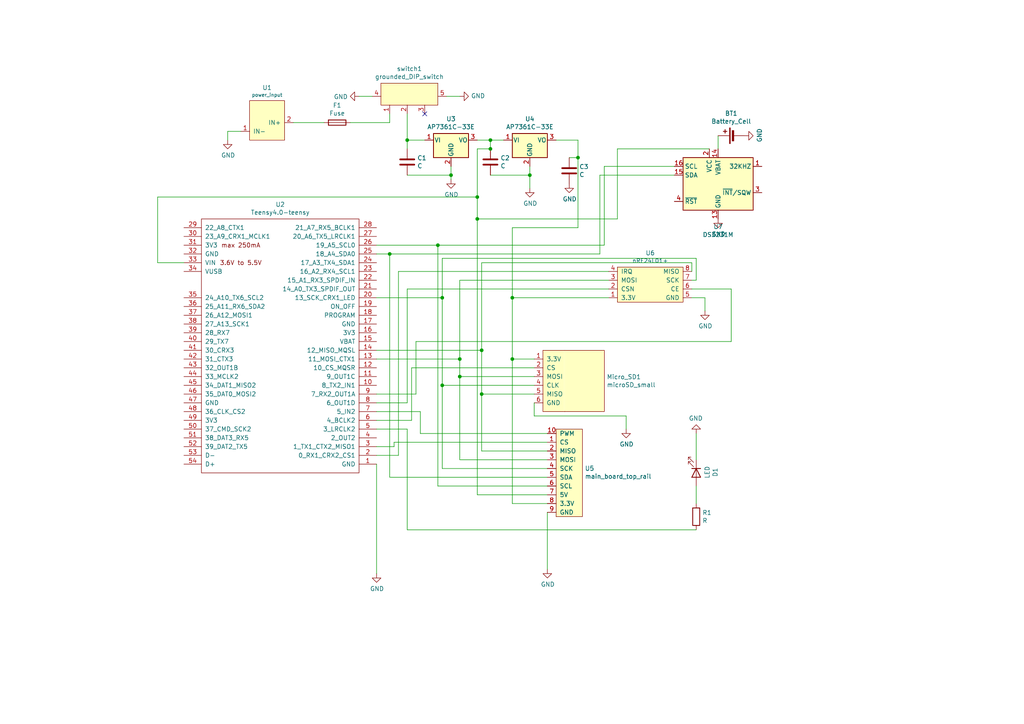
<source format=kicad_sch>
(kicad_sch (version 20230121) (generator eeschema)
  (paper "A4")
  (lib_symbols
    (symbol "Device:Battery_Cell" (pin_numbers hide) (pin_names (offset 0) hide)
      (property "Reference" "BT" (at 2.54 2.54 0))
      (property "Value" "Battery_Cell" (at 2.54 0 0))
      (symbol "Battery_Cell_0_1"
        (rectangle (start -2.286 1.778) (end 2.286 1.524) (fill (type outline)))
        (rectangle (start -1.524 1.016) (end 1.524 0.508) (fill (type outline)))
        (polyline (pts (xy 0 0.762) (xy 0 0)))
        (polyline (pts (xy 0 1.778) (xy 0 2.54)))
        (polyline (pts (xy 0.762 3.048) (xy 1.778 3.048)) (stroke (width 0.254)))
        (polyline (pts (xy 1.27 3.556) (xy 1.27 2.54)) (stroke (width 0.254)))
      )
      (symbol "Battery_Cell_1_1"
        (pin passive line (at 0 5.08 270) (length 2.54) (name "+") (number "1"))
        (pin passive line (at 0 -2.54 90) (length 2.54) (name "-") (number "2"))
      )
    )
    (symbol "Device:C" (pin_numbers hide) (pin_names (offset 0.254))
      (property "Reference" "C" (at 0.635 2.54 0))
      (property "Value" "C" (at 0.635 -2.54 0))
      (symbol "C_0_1"
        (polyline (pts (xy -2.032 -0.762) (xy 2.032 -0.762)) (stroke (width 0.508)))
        (polyline (pts (xy -2.032 0.762) (xy 2.032 0.762)) (stroke (width 0.508)))
      )
      (symbol "C_1_1"
        (pin passive line (at 0 3.81 270) (length 2.794) (name "~") (number "1"))
        (pin passive line (at 0 -3.81 90) (length 2.794) (name "~") (number "2"))
      )
    )
    (symbol "Device:Fuse" (pin_numbers hide) (pin_names (offset 0))
      (property "Reference" "F" (at 2.032 0 90))
      (property "Value" "Fuse" (at -1.905 0 90))
      (symbol "Fuse_0_1"
        (rectangle (start -0.762 -2.54) (end 0.762 2.54) (stroke (width 0.254)))
        (polyline (pts (xy 0 2.54) (xy 0 -2.54)))
      )
      (symbol "Fuse_1_1"
        (pin passive line (at 0 3.81 270) (length 1.27) (name "~") (number "1"))
        (pin passive line (at 0 -3.81 90) (length 1.27) (name "~") (number "2"))
      )
    )
    (symbol "Device:LED" (pin_numbers hide) (pin_names (offset 1.016) hide)
      (property "Reference" "D" (at 0 2.54 0))
      (property "Value" "LED" (at 0 -2.54 0))
      (symbol "LED_0_1"
        (polyline (pts (xy -1.27 -1.27) (xy -1.27 1.27)) (stroke (width 0.254)))
        (polyline (pts (xy -1.27 0) (xy 1.27 0)))
        (polyline (pts (xy 1.27 -1.27) (xy 1.27 1.27) (xy -1.27 0) (xy 1.27 -1.27)) (stroke (width 0.254)))
        (polyline (pts (xy -3.048 -0.762) (xy -4.572 -2.286) (xy -3.81 -2.286) (xy -4.572 -2.286) (xy -4.572 -1.524)))
        (polyline (pts (xy -1.778 -0.762) (xy -3.302 -2.286) (xy -2.54 -2.286) (xy -3.302 -2.286) (xy -3.302 -1.524)))
      )
      (symbol "LED_1_1"
        (pin passive line (at -3.81 0 0) (length 2.54) (name "K") (number "1"))
        (pin passive line (at 3.81 0 180) (length 2.54) (name "A") (number "2"))
      )
    )
    (symbol "Device:R" (pin_numbers hide) (pin_names (offset 0))
      (property "Reference" "R" (at 2.032 0 90))
      (property "Value" "R" (at 0 0 90))
      (symbol "R_0_1"
        (rectangle (start -1.016 -2.54) (end 1.016 2.54) (stroke (width 0.254)))
      )
      (symbol "R_1_1"
        (pin passive line (at 0 3.81 270) (length 1.27) (name "~") (number "1"))
        (pin passive line (at 0 -3.81 90) (length 1.27) (name "~") (number "2"))
      )
    )
    (symbol "Regulator_Linear:AP7361C-33E" (pin_names (offset 0.254))
      (property "Reference" "U" (at -3.81 3.175 0))
      (property "Value" "AP7361C-33E" (at 0 3.175 0))
      (symbol "AP7361C-33E_0_1"
        (rectangle (start -5.08 -5.08) (end 5.08 1.905) (stroke (width 0.254)) (fill (type background)))
      )
      (symbol "AP7361C-33E_1_1"
        (pin power_in line (at -7.62 0 0) (length 2.54) (name "VI") (number "1"))
        (pin power_in line (at 0 -7.62 90) (length 2.54) (name "GND") (number "2"))
        (pin power_out line (at 7.62 0 180) (length 2.54) (name "VO") (number "3"))
      )
    )
    (symbol "Timer_RTC:DS3231M"
      (property "Reference" "U" (at -7.62 8.89 0))
      (property "Value" "DS3231M" (at 10.16 8.89 0))
      (symbol "DS3231M_0_1"
        (rectangle (start -10.16 7.62) (end 10.16 -7.62) (stroke (width 0.254)) (fill (type background)))
      )
      (symbol "DS3231M_1_1"
        (pin open_collector line (at 12.7 5.08 180) (length 2.54) (name "32KHZ") (number "1"))
        (pin passive line (at 0 -10.16 90) (length 2.54) hide (name "GND") (number "10"))
        (pin passive line (at 0 -10.16 90) (length 2.54) hide (name "GND") (number "11"))
        (pin passive line (at 0 -10.16 90) (length 2.54) hide (name "GND") (number "12"))
        (pin power_in line (at 0 -10.16 90) (length 2.54) (name "GND") (number "13"))
        (pin power_in line (at 0 10.16 270) (length 2.54) (name "VBAT") (number "14"))
        (pin bidirectional line (at -12.7 2.54 0) (length 2.54) (name "SDA") (number "15"))
        (pin input line (at -12.7 5.08 0) (length 2.54) (name "SCL") (number "16"))
        (pin power_in line (at -2.54 10.16 270) (length 2.54) (name "VCC") (number "2"))
        (pin open_collector line (at 12.7 -2.54 180) (length 2.54) (name "~{INT}/SQW") (number "3"))
        (pin bidirectional line (at -12.7 -5.08 0) (length 2.54) (name "~{RST}") (number "4"))
        (pin passive line (at 0 -10.16 90) (length 2.54) hide (name "GND") (number "5"))
        (pin passive line (at 0 -10.16 90) (length 2.54) hide (name "GND") (number "6"))
        (pin passive line (at 0 -10.16 90) (length 2.54) hide (name "GND") (number "7"))
        (pin passive line (at 0 -10.16 90) (length 2.54) hide (name "GND") (number "8"))
        (pin passive line (at 0 -10.16 90) (length 2.54) hide (name "GND") (number "9"))
      )
    )
    (symbol "Vibration_Sensor-rescue:Teensy4.0-teensy-ARTS-Lab" (pin_names (offset 1.016))
      (property "Reference" "U" (at 0 39.37 0))
      (property "Value" "Teensy4.0-teensy-ARTS-Lab" (at 0 -39.37 0))
      (symbol "Teensy4.0-teensy-ARTS-Lab_0_0"
        (text "3.6V to 5.5V" (at 11.43 -24.13 0) (effects (font (size 1.27 1.27))))
        (text "max 250mA" (at 11.43 -29.21 0) (effects (font (size 1.27 1.27))))
        (pin bidirectional line (at -27.94 11.43 0) (length 5.08) (name "8_TX2_IN1") (number "10"))
        (pin bidirectional line (at -27.94 8.89 0) (length 5.08) (name "9_OUT1C") (number "11"))
        (pin bidirectional line (at -27.94 6.35 0) (length 5.08) (name "10_CS_MQSR") (number "12"))
        (pin bidirectional line (at -27.94 3.81 0) (length 5.08) (name "11_MOSI_CTX1") (number "13"))
        (pin bidirectional line (at -27.94 1.27 0) (length 5.08) (name "12_MISO_MQSL") (number "14"))
        (pin power_in line (at -27.94 -1.27 0) (length 5.08) (name "VBAT") (number "15"))
        (pin power_in line (at -27.94 -3.81 0) (length 5.08) (name "3V3") (number "16"))
        (pin power_in line (at -27.94 -6.35 0) (length 5.08) (name "GND") (number "17"))
        (pin input line (at -27.94 -8.89 0) (length 5.08) (name "PROGRAM") (number "18"))
        (pin input line (at -27.94 -11.43 0) (length 5.08) (name "ON_OFF") (number "19"))
        (pin bidirectional line (at -27.94 -13.97 0) (length 5.08) (name "13_SCK_CRX1_LED") (number "20"))
        (pin bidirectional line (at -27.94 -16.51 0) (length 5.08) (name "14_A0_TX3_SPDIF_OUT") (number "21"))
        (pin bidirectional line (at -27.94 -19.05 0) (length 5.08) (name "15_A1_RX3_SPDIF_IN") (number "22"))
        (pin bidirectional line (at -27.94 -21.59 0) (length 5.08) (name "16_A2_RX4_SCL1") (number "23"))
        (pin bidirectional line (at -27.94 -24.13 0) (length 5.08) (name "17_A3_TX4_SDA1") (number "24"))
        (pin bidirectional line (at -27.94 -26.67 0) (length 5.08) (name "18_A4_SDA0") (number "25"))
        (pin bidirectional line (at -27.94 -29.21 0) (length 5.08) (name "19_A5_SCL0") (number "26"))
        (pin bidirectional line (at -27.94 -31.75 0) (length 5.08) (name "20_A6_TX5_LRCLK1") (number "27"))
        (pin bidirectional line (at -27.94 -34.29 0) (length 5.08) (name "21_A7_RX5_BCLK1") (number "28"))
        (pin bidirectional line (at 27.94 -34.29 180) (length 5.08) (name "22_A8_CTX1") (number "29"))
        (pin bidirectional line (at 27.94 -31.75 180) (length 5.08) (name "23_A9_CRX1_MCLK1") (number "30"))
        (pin power_out line (at 27.94 -29.21 180) (length 5.08) (name "3V3") (number "31"))
        (pin power_in line (at 27.94 -26.67 180) (length 5.08) (name "GND") (number "32"))
        (pin power_in line (at 27.94 -24.13 180) (length 5.08) (name "VIN") (number "33"))
        (pin power_out line (at 27.94 -21.59 180) (length 5.08) (name "VUSB") (number "34"))
        (pin bidirectional line (at 27.94 -13.97 180) (length 5.08) (name "24_A10_TX6_SCL2") (number "35"))
        (pin bidirectional line (at 27.94 -11.43 180) (length 5.08) (name "25_A11_RX6_SDA2") (number "36"))
        (pin bidirectional line (at 27.94 -8.89 180) (length 5.08) (name "26_A12_MOSI1") (number "37"))
        (pin bidirectional line (at 27.94 -6.35 180) (length 5.08) (name "27_A13_SCK1") (number "38"))
        (pin bidirectional line (at 27.94 -3.81 180) (length 5.08) (name "28_RX7") (number "39"))
        (pin bidirectional line (at 27.94 -1.27 180) (length 5.08) (name "29_TX7") (number "40"))
        (pin bidirectional line (at 27.94 1.27 180) (length 5.08) (name "30_CRX3") (number "41"))
        (pin bidirectional line (at 27.94 3.81 180) (length 5.08) (name "31_CTX3") (number "42"))
        (pin bidirectional line (at 27.94 6.35 180) (length 5.08) (name "32_OUT1B") (number "43"))
        (pin bidirectional line (at 27.94 8.89 180) (length 5.08) (name "33_MCLK2") (number "44"))
        (pin bidirectional line (at 27.94 11.43 180) (length 5.08) (name "34_DAT1_MISO2") (number "45"))
        (pin bidirectional line (at 27.94 13.97 180) (length 5.08) (name "35_DAT0_MOSI2") (number "46"))
        (pin power_out line (at 27.94 16.51 180) (length 5.08) (name "GND") (number "47"))
        (pin bidirectional line (at 27.94 19.05 180) (length 5.08) (name "36_CLK_CS2") (number "48"))
        (pin power_out line (at 27.94 21.59 180) (length 5.08) (name "3V3") (number "49"))
        (pin bidirectional line (at -27.94 24.13 0) (length 5.08) (name "3_LRCLK2") (number "5"))
        (pin bidirectional line (at 27.94 24.13 180) (length 5.08) (name "37_CMD_SCK2") (number "50"))
        (pin bidirectional line (at 27.94 26.67 180) (length 5.08) (name "38_DAT3_RX5") (number "51"))
        (pin bidirectional line (at 27.94 29.21 180) (length 5.08) (name "39_DAT2_TX5") (number "52"))
        (pin bidirectional line (at 27.94 31.75 180) (length 5.08) (name "D-") (number "53"))
        (pin bidirectional line (at 27.94 34.29 180) (length 5.08) (name "D+") (number "54"))
        (pin bidirectional line (at -27.94 21.59 0) (length 5.08) (name "4_BCLK2") (number "6"))
        (pin bidirectional line (at -27.94 19.05 0) (length 5.08) (name "5_IN2") (number "7"))
        (pin bidirectional line (at -27.94 16.51 0) (length 5.08) (name "6_OUT1D") (number "8"))
        (pin bidirectional line (at -27.94 13.97 0) (length 5.08) (name "7_RX2_OUT1A") (number "9"))
      )
      (symbol "Teensy4.0-teensy-ARTS-Lab_0_1"
        (rectangle (start -22.86 36.83) (end 22.86 -36.83))
        (rectangle (start -20.32 -31.75) (end -20.32 -31.75))
      )
      (symbol "Teensy4.0-teensy-ARTS-Lab_1_1"
        (pin power_in line (at -27.94 34.29 0) (length 5.08) (name "GND") (number "1"))
        (pin bidirectional line (at -27.94 31.75 0) (length 5.08) (name "0_RX1_CRX2_CS1") (number "2"))
        (pin bidirectional line (at -27.94 29.21 0) (length 5.08) (name "1_TX1_CTX2_MISO1") (number "3"))
        (pin bidirectional line (at -27.94 26.67 0) (length 5.08) (name "2_OUT2") (number "4"))
      )
    )
    (symbol "Vibration_Sensor-rescue:grounded_DIP_switch-ARTS-Lab" (pin_names (offset 1.016))
      (property "Reference" "switch" (at 0 -2.54 0))
      (property "Value" "grounded_DIP_switch-ARTS-Lab" (at 0 3.81 0))
      (symbol "grounded_DIP_switch-ARTS-Lab_0_1"
        (rectangle (start -7.62 0) (end 8.89 -6.35) (fill (type background)))
      )
      (symbol "grounded_DIP_switch-ARTS-Lab_1_1"
        (pin input line (at -5.08 -8.89 90) (length 2.54) (name "~") (number "1"))
        (pin input line (at 0 -8.89 90) (length 2.54) (name "~") (number "2"))
        (pin input line (at 5.08 -8.89 90) (length 2.54) (name "~") (number "3"))
        (pin input line (at -10.16 -3.81 0) (length 2.54) (name "~") (number "4"))
        (pin input line (at 11.43 -3.81 180) (length 2.54) (name "~") (number "5"))
      )
    )
    (symbol "Vibration_Sensor-rescue:main_board_top_rail-ARTS-Lab" (pin_names (offset 1.016))
      (property "Reference" "U" (at 0 5.08 0))
      (property "Value" "main_board_top_rail-ARTS-Lab" (at 0 7.62 0))
      (symbol "main_board_top_rail-ARTS-Lab_0_1"
        (rectangle (start -12.7 0) (end 12.7 -7.62) (fill (type background)))
      )
      (symbol "main_board_top_rail-ARTS-Lab_1_1"
        (pin input line (at -8.89 -10.16 90) (length 2.54) (name "CS") (number "1"))
        (pin passive line (at -11.43 -10.16 90) (length 2.54) (name "PWM") (number "10"))
        (pin input line (at -6.35 -10.16 90) (length 2.54) (name "MISO") (number "2"))
        (pin input line (at -3.81 -10.16 90) (length 2.54) (name "MOSI") (number "3"))
        (pin input line (at -1.27 -10.16 90) (length 2.54) (name "SCK") (number "4"))
        (pin input line (at 1.27 -10.16 90) (length 2.54) (name "SDA") (number "5"))
        (pin input line (at 3.81 -10.16 90) (length 2.54) (name "SCL") (number "6"))
        (pin input line (at 6.35 -10.16 90) (length 2.54) (name "5V") (number "7"))
        (pin input line (at 8.89 -10.16 90) (length 2.54) (name "3.3V") (number "8"))
        (pin input line (at 11.43 -10.16 90) (length 2.54) (name "GND") (number "9"))
      )
    )
    (symbol "Vibration_Sensor-rescue:microSD_small-ARTS-Lab" (pin_names (offset 1.016))
      (property "Reference" "Micro_SD" (at 0 -7.62 0))
      (property "Value" "microSD_small-ARTS-Lab" (at 0 -3.81 0))
      (symbol "microSD_small-ARTS-Lab_0_1"
        (polyline (pts (xy -8.89 -11.43) (xy -8.89 -17.78) (xy 8.89 -17.78) (xy 8.89 -11.43)) (fill (type background)))
        (polyline (pts (xy -8.89 -11.43) (xy -8.89 0) (xy 8.89 0) (xy 8.89 -11.43)) (fill (type background)))
      )
      (symbol "microSD_small-ARTS-Lab_1_1"
        (pin input line (at -6.35 -20.32 90) (length 2.54) (name "3.3V") (number "1"))
        (pin input line (at -3.81 -20.32 90) (length 2.54) (name "CS") (number "2"))
        (pin input line (at -1.27 -20.32 90) (length 2.54) (name "MOSI") (number "3"))
        (pin input line (at 1.27 -20.32 90) (length 2.54) (name "CLK") (number "4"))
        (pin input line (at 3.81 -20.32 90) (length 2.54) (name "MISO") (number "5"))
        (pin input line (at 6.35 -20.32 90) (length 2.54) (name "GND") (number "6"))
      )
    )
    (symbol "Vibration_Sensor-rescue:nRF24L01+-ARTS-Lab" (pin_names (offset 1.016))
      (property "Reference" "U" (at 0 -12.7 0))
      (property "Value" "nRF24L01+-ARTS-Lab" (at 1.27 -10.16 0))
      (symbol "nRF24L01+-ARTS-Lab_0_1"
        (rectangle (start -3.81 0) (end 6.35 -19.05) (fill (type background)))
      )
      (symbol "nRF24L01+-ARTS-Lab_1_1"
        (pin input line (at -2.54 2.54 270) (length 2.54) (name "3.3V") (number "1"))
        (pin input line (at 0 2.54 270) (length 2.54) (name "CSN") (number "2"))
        (pin input line (at 2.54 2.54 270) (length 2.54) (name "MOSI") (number "3"))
        (pin input line (at 5.08 2.54 270) (length 2.54) (name "IRQ") (number "4"))
        (pin input line (at -2.54 -21.59 90) (length 2.54) (name "GND") (number "5"))
        (pin input line (at 0 -21.59 90) (length 2.54) (name "CE") (number "6"))
        (pin input line (at 2.54 -21.59 90) (length 2.54) (name "SCK") (number "7"))
        (pin input line (at 5.08 -21.59 90) (length 2.54) (name "MISO") (number "8"))
      )
    )
    (symbol "Vibration_Sensor-rescue:power_input-ARTS-Lab" (pin_names (offset 1.016))
      (property "Reference" "U" (at 0 2.54 0))
      (property "Value" "power_input-ARTS-Lab" (at 0 -7.62 0))
      (symbol "power_input-ARTS-Lab_0_1"
        (rectangle (start -5.08 0) (end 5.08 -11.43) (fill (type background)))
      )
      (symbol "power_input-ARTS-Lab_1_1"
        (pin power_in line (at 7.62 -2.54 180) (length 2.54) (name "IN-") (number "1"))
        (pin power_in line (at -7.62 -5.08 0) (length 2.54) (name "IN+") (number "2"))
      )
    )
    (symbol "power:GND" (power) (pin_names (offset 0))
      (property "Value" "GND" (at 0 -3.81 0))
      (symbol "GND_0_1"
        (polyline (pts (xy 0 0) (xy 0 -1.27) (xy 1.27 -1.27) (xy 0 -2.54) (xy -1.27 -1.27) (xy 0 -1.27)))
      )
      (symbol "GND_1_1"
        (pin power_in line (at 0 0 270) (length 0) hide (name "GND") (number "1"))
      )
    )
  )
  (junction (at 130.81 50.8))
  (junction (at 113.03 73.66))
  (junction (at 167.64 45.72))
  (junction (at 133.35 109.22))
  (junction (at 128.27 111.76))
  (junction (at 133.35 104.14))
  (junction (at 142.24 43.18))
  (junction (at 138.43 57.15))
  (junction (at 127 71.12))
  (junction (at 153.67 50.8))
  (junction (at 118.11 40.64))
  (junction (at 128.27 86.36))
  (junction (at 138.43 63.5))
  (junction (at 148.59 104.14))
  (junction (at 148.59 86.36))
  (junction (at 142.24 40.64))
  (junction (at 139.7 101.6))
  (junction (at 139.7 114.3))
  (no_connect (at 123.19 33.02))
  (wire (pts (xy 139.7 76.2) (xy 139.7 101.6)))
  (wire (pts (xy 148.59 146.05) (xy 158.75 146.05)))
  (wire (pts (xy 148.59 86.36) (xy 148.59 104.14)))
  (wire (pts (xy 138.43 63.5) (xy 179.07 63.5)))
  (wire (pts (xy 173.99 73.66) (xy 113.03 73.66)))
  (wire (pts (xy 114.3 129.54) (xy 109.22 129.54)))
  (wire (pts (xy 195.58 48.26) (xy 175.26 48.26)))
  (wire (pts (xy 121.92 119.38) (xy 109.22 119.38)))
  (wire (pts (xy 142.24 40.64) (xy 146.05 40.64)))
  (wire (pts (xy 119.38 121.92) (xy 109.22 121.92)))
  (wire (pts (xy 121.92 125.73) (xy 121.92 119.38)))
  (wire (pts (xy 118.11 50.8) (xy 130.81 50.8)))
  (wire (pts (xy 107.95 27.94) (xy 104.14 27.94)))
  (wire (pts (xy 201.93 146.05) (xy 201.93 140.97)))
  (wire (pts (xy 153.67 48.26) (xy 153.67 50.8)))
  (wire (pts (xy 118.11 33.02) (xy 118.11 40.64)))
  (wire (pts (xy 69.85 38.1) (xy 66.04 38.1)))
  (wire (pts (xy 133.35 133.35) (xy 133.35 109.22)))
  (wire (pts (xy 142.24 43.18) (xy 138.43 43.18)))
  (wire (pts (xy 138.43 40.64) (xy 142.24 40.64)))
  (wire (pts (xy 128.27 86.36) (xy 109.22 86.36)))
  (wire (pts (xy 115.57 78.74) (xy 115.57 132.08)))
  (wire (pts (xy 154.94 109.22) (xy 133.35 109.22)))
  (wire (pts (xy 128.27 135.89) (xy 128.27 111.76)))
  (wire (pts (xy 139.7 114.3) (xy 139.7 101.6)))
  (wire (pts (xy 167.64 45.72) (xy 167.64 66.04)))
  (wire (pts (xy 142.24 40.64) (xy 142.24 43.18)))
  (wire (pts (xy 142.24 50.8) (xy 153.67 50.8)))
  (wire (pts (xy 200.66 76.2) (xy 139.7 76.2)))
  (wire (pts (xy 66.04 38.1) (xy 66.04 40.64)))
  (wire (pts (xy 154.94 111.76) (xy 128.27 111.76)))
  (wire (pts (xy 195.58 50.8) (xy 173.99 50.8)))
  (wire (pts (xy 158.75 133.35) (xy 133.35 133.35)))
  (wire (pts (xy 118.11 116.84) (xy 109.22 116.84)))
  (wire (pts (xy 118.11 124.46) (xy 109.22 124.46)))
  (wire (pts (xy 158.75 128.27) (xy 114.3 128.27)))
  (wire (pts (xy 130.81 50.8) (xy 130.81 52.07)))
  (wire (pts (xy 204.47 86.36) (xy 204.47 90.17)))
  (wire (pts (xy 167.64 45.72) (xy 165.1 45.72)))
  (wire (pts (xy 45.72 57.15) (xy 45.72 76.2)))
  (wire (pts (xy 127 71.12) (xy 109.22 71.12)))
  (wire (pts (xy 119.38 106.68) (xy 119.38 121.92)))
  (wire (pts (xy 154.94 116.84) (xy 154.94 120.65)))
  (wire (pts (xy 128.27 74.93) (xy 201.93 74.93)))
  (wire (pts (xy 139.7 130.81) (xy 139.7 114.3)))
  (wire (pts (xy 175.26 48.26) (xy 175.26 71.12)))
  (wire (pts (xy 154.94 106.68) (xy 119.38 106.68)))
  (wire (pts (xy 175.26 71.12) (xy 127 71.12)))
  (wire (pts (xy 201.93 153.67) (xy 118.11 153.67)))
  (wire (pts (xy 173.99 50.8) (xy 173.99 73.66)))
  (wire (pts (xy 212.09 83.82) (xy 212.09 99.06)))
  (wire (pts (xy 158.75 140.97) (xy 127 140.97)))
  (wire (pts (xy 154.94 120.65) (xy 181.61 120.65)))
  (wire (pts (xy 176.53 81.28) (xy 133.35 81.28)))
  (wire (pts (xy 129.54 27.94) (xy 133.35 27.94)))
  (wire (pts (xy 201.93 81.28) (xy 200.66 81.28)))
  (wire (pts (xy 113.03 35.56) (xy 113.03 33.02)))
  (wire (pts (xy 176.53 83.82) (xy 118.11 83.82)))
  (wire (pts (xy 158.75 130.81) (xy 139.7 130.81)))
  (wire (pts (xy 200.66 86.36) (xy 204.47 86.36)))
  (wire (pts (xy 154.94 114.3) (xy 139.7 114.3)))
  (wire (pts (xy 138.43 57.15) (xy 45.72 57.15)))
  (wire (pts (xy 148.59 104.14) (xy 148.59 146.05)))
  (wire (pts (xy 201.93 74.93) (xy 201.93 81.28)))
  (wire (pts (xy 118.11 153.67) (xy 118.11 124.46)))
  (wire (pts (xy 45.72 76.2) (xy 53.34 76.2)))
  (wire (pts (xy 200.66 83.82) (xy 212.09 83.82)))
  (wire (pts (xy 212.09 99.06) (xy 120.65 99.06)))
  (wire (pts (xy 130.81 48.26) (xy 130.81 50.8)))
  (wire (pts (xy 101.6 35.56) (xy 113.03 35.56)))
  (wire (pts (xy 179.07 63.5) (xy 179.07 43.18)))
  (wire (pts (xy 167.64 40.64) (xy 167.64 45.72)))
  (wire (pts (xy 118.11 40.64) (xy 123.19 40.64)))
  (wire (pts (xy 133.35 81.28) (xy 133.35 104.14)))
  (wire (pts (xy 139.7 101.6) (xy 109.22 101.6)))
  (wire (pts (xy 133.35 104.14) (xy 109.22 104.14)))
  (wire (pts (xy 114.3 128.27) (xy 114.3 129.54)))
  (wire (pts (xy 158.75 125.73) (xy 121.92 125.73)))
  (wire (pts (xy 158.75 135.89) (xy 128.27 135.89)))
  (wire (pts (xy 138.43 43.18) (xy 138.43 57.15)))
  (wire (pts (xy 167.64 66.04) (xy 148.59 66.04)))
  (wire (pts (xy 200.66 76.2) (xy 200.66 78.74)))
  (wire (pts (xy 158.75 138.43) (xy 113.03 138.43)))
  (wire (pts (xy 148.59 104.14) (xy 154.94 104.14)))
  (wire (pts (xy 113.03 73.66) (xy 109.22 73.66)))
  (wire (pts (xy 153.67 50.8) (xy 153.67 54.61)))
  (wire (pts (xy 181.61 120.65) (xy 181.61 124.46)))
  (wire (pts (xy 118.11 83.82) (xy 118.11 116.84)))
  (wire (pts (xy 161.29 40.64) (xy 167.64 40.64)))
  (wire (pts (xy 179.07 43.18) (xy 205.74 43.18)))
  (wire (pts (xy 115.57 132.08) (xy 109.22 132.08)))
  (wire (pts (xy 120.65 99.06) (xy 120.65 114.3)))
  (wire (pts (xy 138.43 63.5) (xy 138.43 143.51)))
  (wire (pts (xy 133.35 109.22) (xy 133.35 104.14)))
  (wire (pts (xy 128.27 74.93) (xy 128.27 86.36)))
  (wire (pts (xy 148.59 66.04) (xy 148.59 86.36)))
  (wire (pts (xy 138.43 57.15) (xy 138.43 63.5)))
  (wire (pts (xy 85.09 35.56) (xy 93.98 35.56)))
  (wire (pts (xy 120.65 114.3) (xy 109.22 114.3)))
  (wire (pts (xy 109.22 134.62) (xy 109.22 166.37)))
  (wire (pts (xy 176.53 78.74) (xy 115.57 78.74)))
  (wire (pts (xy 208.28 43.18) (xy 208.28 39.37)))
  (wire (pts (xy 113.03 138.43) (xy 113.03 73.66)))
  (wire (pts (xy 128.27 86.36) (xy 128.27 111.76)))
  (wire (pts (xy 176.53 86.36) (xy 148.59 86.36)))
  (wire (pts (xy 127 140.97) (xy 127 71.12)))
  (wire (pts (xy 201.93 133.35) (xy 201.93 125.73)))
  (wire (pts (xy 138.43 143.51) (xy 158.75 143.51)))
  (wire (pts (xy 158.75 148.59) (xy 158.75 165.1)))
  (wire (pts (xy 118.11 40.64) (xy 118.11 43.18)))
  (symbol (lib_id "Vibration_Sensor-rescue:Teensy4.0-teensy-ARTS-Lab") (at 81.28 100.33 180) (unit 1)
    (property "Reference" "U2" (at 81.28 59.309 0))
    (property "Value" "Teensy4.0-teensy" (at 81.28 61.6204 0))
    (property "Footprint" "custom:teensy4.0" (effects hide))
  )
  (symbol (lib_id "Vibration_Sensor-rescue:microSD_small-ARTS-Lab") (at 175.26 110.49 270) (unit 1)
    (property "Reference" "Micro_SD1" (at 175.9712 109.3216 90) (effects (justify left)))
    (property "Value" "microSD_small" (at 175.9712 111.633 90) (effects (justify left)))
    (property "Footprint" "custom:small_microSD_v2" (effects hide))
  )
  (symbol (lib_id "Vibration_Sensor-rescue:main_board_top_rail-ARTS-Lab") (at 168.91 137.16 270) (unit 1)
    (property "Reference" "U5" (at 169.6212 135.8646 90) (effects (justify left)))
    (property "Value" "main_board_top_rail" (at 169.6212 138.176 90) (effects (justify left)))
    (property "Footprint" "custom:top_rail" (effects hide))
  )
  (symbol (lib_id "power:GND") (at 158.75 165.1 0) (unit 1)
    (property "Reference" "#PWR0101" (effects hide))
    (property "Value" "GND" (at 158.877 169.4942 0))
  )
  (symbol (lib_id "power:GND") (at 109.22 166.37 0) (unit 1)
    (property "Reference" "#PWR0102" (effects hide))
    (property "Value" "GND" (at 109.347 170.7642 0))
  )
  (symbol (lib_id "power:GND") (at 181.61 124.46 0) (unit 1)
    (property "Reference" "#PWR0104" (effects hide))
    (property "Value" "GND" (at 181.737 128.8542 0))
  )
  (symbol (lib_id "Device:LED") (at 201.93 137.16 270) (unit 1)
    (property "Reference" "D1" (at 207.4418 136.9822 0))
    (property "Value" "LED" (at 205.1304 136.9822 0))
    (property "Footprint" "LED_THT:LED_D3.0mm" (effects hide))
  )
  (symbol (lib_id "Device:R") (at 201.93 149.86 0) (unit 1)
    (property "Reference" "R1" (at 203.708 148.6916 0) (effects (justify left)))
    (property "Value" "R" (at 203.708 151.003 0) (effects (justify left)))
    (property "Footprint" "Resistor_SMD:R_1206_3216Metric_Pad1.30x1.75mm_HandSolder" (effects hide))
  )
  (symbol (lib_id "power:GND") (at 201.93 125.73 180) (unit 1)
    (property "Reference" "#PWR07" (effects hide))
    (property "Value" "GND" (at 201.803 121.3358 0))
  )
  (symbol (lib_id "Vibration_Sensor-rescue:power_input-ARTS-Lab") (at 77.47 40.64 180) (unit 1)
    (property "Reference" "U1" (at 77.47 25.4254 0))
    (property "Value" "power_input" (at 77.47 27.5336 0) (effects (font (size 0.9906 0.9906))))
    (property "Footprint" "custom:XT60PW" (effects hide))
  )
  (symbol (lib_id "Device:Fuse") (at 97.79 35.56 270) (unit 1)
    (property "Reference" "F1" (at 97.79 30.5562 90))
    (property "Value" "Fuse" (at 97.79 32.8676 90))
    (property "Footprint" "Capacitor_SMD:C_1206_3216Metric_Pad1.33x1.80mm_HandSolder" (effects hide))
  )
  (symbol (lib_id "Vibration_Sensor-rescue:grounded_DIP_switch-ARTS-Lab") (at 118.11 24.13 0) (unit 1)
    (property "Reference" "switch1" (at 118.745 19.939 0))
    (property "Value" "grounded_DIP_switch" (at 118.745 22.2504 0))
    (property "Footprint" "custom:grounded_switch" (effects hide))
  )
  (symbol (lib_id "power:GND") (at 66.04 40.64 0) (unit 1)
    (property "Reference" "#PWR01" (effects hide))
    (property "Value" "GND" (at 66.167 45.0342 0))
  )
  (symbol (lib_id "power:GND") (at 104.14 27.94 270) (unit 1)
    (property "Reference" "#PWR02" (effects hide))
    (property "Value" "GND" (at 100.8888 28.067 90) (effects (justify right)))
  )
  (symbol (lib_id "power:GND") (at 133.35 27.94 90) (unit 1)
    (property "Reference" "#PWR04" (effects hide))
    (property "Value" "GND" (at 136.6012 27.813 90) (effects (justify right)))
  )
  (symbol (lib_id "power:GND") (at 153.67 54.61 0) (unit 1)
    (property "Reference" "#PWR05" (effects hide))
    (property "Value" "GND" (at 153.797 59.0042 0))
  )
  (symbol (lib_id "power:GND") (at 130.81 52.07 0) (unit 1)
    (property "Reference" "#PWR03" (effects hide))
    (property "Value" "GND" (at 130.937 56.4642 0))
  )
  (symbol (lib_id "Device:C") (at 118.11 46.99 0) (unit 1)
    (property "Reference" "C1" (at 121.031 45.8216 0) (effects (justify left)))
    (property "Value" "C" (at 121.031 48.133 0) (effects (justify left)))
    (property "Footprint" "Capacitor_SMD:C_1206_3216Metric_Pad1.33x1.80mm_HandSolder" (effects hide))
  )
  (symbol (lib_id "Device:C") (at 142.24 46.99 0) (unit 1)
    (property "Reference" "C2" (at 145.161 45.8216 0) (effects (justify left)))
    (property "Value" "C" (at 145.161 48.133 0) (effects (justify left)))
    (property "Footprint" "Capacitor_SMD:C_1206_3216Metric_Pad1.33x1.80mm_HandSolder" (effects hide))
  )
  (symbol (lib_id "Device:C") (at 165.1 49.53 0) (unit 1)
    (property "Reference" "C3" (at 168.021 48.3616 0) (effects (justify left)))
    (property "Value" "C" (at 168.021 50.673 0) (effects (justify left)))
    (property "Footprint" "Capacitor_SMD:C_1206_3216Metric_Pad1.33x1.80mm_HandSolder" (effects hide))
  )
  (symbol (lib_id "power:GND") (at 165.1 53.34 0) (unit 1)
    (property "Reference" "#PWR06" (effects hide))
    (property "Value" "GND" (at 165.227 57.7342 0))
  )
  (symbol (lib_id "Regulator_Linear:AP7361C-33E") (at 130.81 40.64 0) (unit 1)
    (property "Reference" "U3" (at 130.81 34.4932 0))
    (property "Value" "AP7361C-33E" (at 130.81 36.8046 0))
    (property "Footprint" "Package_TO_SOT_SMD:SOT-223-3_TabPin2" (effects hide))
    (property "Datasheet" "https://www.diodes.com/assets/Datasheets/AP7361C.pdf" (effects hide))
  )
  (symbol (lib_id "Regulator_Linear:AP7361C-33E") (at 153.67 40.64 0) (unit 1)
    (property "Reference" "U4" (at 153.67 34.4932 0))
    (property "Value" "AP7361C-33E" (at 153.67 36.8046 0))
    (property "Footprint" "Package_TO_SOT_SMD:SOT-223-3_TabPin2" (effects hide))
    (property "Datasheet" "https://www.diodes.com/assets/Datasheets/AP7361C.pdf" (effects hide))
  )
  (symbol (lib_id "Vibration_Sensor-rescue:nRF24L01+-ARTS-Lab") (at 179.07 83.82 90) (unit 1)
    (property "Reference" "U6" (at 188.595 73.3806 90))
    (property "Value" "nRF24L01+" (at 188.595 75.6412 90) (effects (font (size 1.1938 1.1938))))
    (property "Footprint" "custom:nRF24L01+" (effects hide))
  )
  (symbol (lib_id "power:GND") (at 204.47 90.17 0) (unit 1)
    (property "Reference" "#PWR08" (effects hide))
    (property "Value" "GND" (at 204.597 94.5642 0))
  )
  (symbol (lib_id "Timer_RTC:DS3231M") (at 208.28 53.34 0) (unit 1)
    (property "Reference" "U7" (at 208.28 65.7606 0))
    (property "Value" "DS3231M" (at 208.28 68.072 0))
    (property "Footprint" "Package_SO:SOIC-16W_7.5x10.3mm_P1.27mm" (effects hide))
    (property "Datasheet" "http://datasheets.maximintegrated.com/en/ds/DS3231.pdf" (effects hide))
  )
  (symbol (lib_id "Device:Battery_Cell") (at 213.36 39.37 90) (unit 1)
    (property "Reference" "BT1" (at 212.09 32.893 90))
    (property "Value" "Battery_Cell" (at 212.09 35.2044 90))
    (property "Footprint" "custom:battery_holder_10mm" (effects hide))
  )
  (symbol (lib_id "power:GND") (at 215.9 39.37 90) (unit 1)
    (property "Reference" "#PWR010" (effects hide))
    (property "Value" "GND" (at 220.2942 39.243 0))
  )
  (symbol (lib_id "power:GND") (at 208.28 63.5 0) (unit 1)
    (property "Reference" "#PWR09" (effects hide))
    (property "Value" "GND" (at 208.407 67.8942 0))
  )
)
</source>
